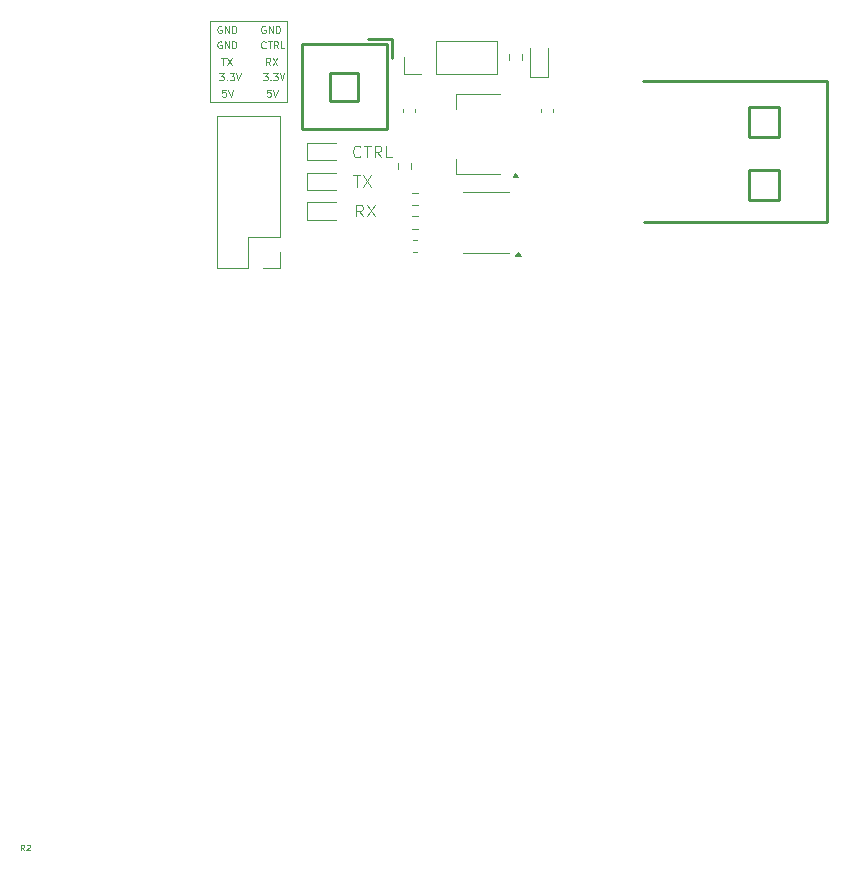
<source format=gbr>
%TF.GenerationSoftware,KiCad,Pcbnew,9.0.2*%
%TF.CreationDate,2025-05-29T11:38:48+08:00*%
%TF.ProjectId,uart_tool,75617274-5f74-46f6-9f6c-2e6b69636164,rev?*%
%TF.SameCoordinates,Original*%
%TF.FileFunction,Legend,Top*%
%TF.FilePolarity,Positive*%
%FSLAX46Y46*%
G04 Gerber Fmt 4.6, Leading zero omitted, Abs format (unit mm)*
G04 Created by KiCad (PCBNEW 9.0.2) date 2025-05-29 11:38:48*
%MOMM*%
%LPD*%
G01*
G04 APERTURE LIST*
%ADD10C,0.100000*%
%ADD11C,0.125000*%
%ADD12C,0.120000*%
%ADD13C,0.254000*%
G04 APERTURE END LIST*
D10*
X160608185Y-84869123D02*
X160551043Y-84840552D01*
X160551043Y-84840552D02*
X160465328Y-84840552D01*
X160465328Y-84840552D02*
X160379614Y-84869123D01*
X160379614Y-84869123D02*
X160322471Y-84926266D01*
X160322471Y-84926266D02*
X160293900Y-84983409D01*
X160293900Y-84983409D02*
X160265328Y-85097695D01*
X160265328Y-85097695D02*
X160265328Y-85183409D01*
X160265328Y-85183409D02*
X160293900Y-85297695D01*
X160293900Y-85297695D02*
X160322471Y-85354838D01*
X160322471Y-85354838D02*
X160379614Y-85411981D01*
X160379614Y-85411981D02*
X160465328Y-85440552D01*
X160465328Y-85440552D02*
X160522471Y-85440552D01*
X160522471Y-85440552D02*
X160608185Y-85411981D01*
X160608185Y-85411981D02*
X160636757Y-85383409D01*
X160636757Y-85383409D02*
X160636757Y-85183409D01*
X160636757Y-85183409D02*
X160522471Y-85183409D01*
X160893900Y-85440552D02*
X160893900Y-84840552D01*
X160893900Y-84840552D02*
X161236757Y-85440552D01*
X161236757Y-85440552D02*
X161236757Y-84840552D01*
X161522471Y-85440552D02*
X161522471Y-84840552D01*
X161522471Y-84840552D02*
X161665328Y-84840552D01*
X161665328Y-84840552D02*
X161751042Y-84869123D01*
X161751042Y-84869123D02*
X161808185Y-84926266D01*
X161808185Y-84926266D02*
X161836756Y-84983409D01*
X161836756Y-84983409D02*
X161865328Y-85097695D01*
X161865328Y-85097695D02*
X161865328Y-85183409D01*
X161865328Y-85183409D02*
X161836756Y-85297695D01*
X161836756Y-85297695D02*
X161808185Y-85354838D01*
X161808185Y-85354838D02*
X161751042Y-85411981D01*
X161751042Y-85411981D02*
X161665328Y-85440552D01*
X161665328Y-85440552D02*
X161522471Y-85440552D01*
X159635254Y-84419181D02*
X166185254Y-84419181D01*
X166185254Y-91319181D01*
X159635254Y-91319181D01*
X159635254Y-84419181D01*
X164136757Y-88840552D02*
X164508185Y-88840552D01*
X164508185Y-88840552D02*
X164308185Y-89069123D01*
X164308185Y-89069123D02*
X164393900Y-89069123D01*
X164393900Y-89069123D02*
X164451043Y-89097695D01*
X164451043Y-89097695D02*
X164479614Y-89126266D01*
X164479614Y-89126266D02*
X164508185Y-89183409D01*
X164508185Y-89183409D02*
X164508185Y-89326266D01*
X164508185Y-89326266D02*
X164479614Y-89383409D01*
X164479614Y-89383409D02*
X164451043Y-89411981D01*
X164451043Y-89411981D02*
X164393900Y-89440552D01*
X164393900Y-89440552D02*
X164222471Y-89440552D01*
X164222471Y-89440552D02*
X164165328Y-89411981D01*
X164165328Y-89411981D02*
X164136757Y-89383409D01*
X164765329Y-89383409D02*
X164793900Y-89411981D01*
X164793900Y-89411981D02*
X164765329Y-89440552D01*
X164765329Y-89440552D02*
X164736757Y-89411981D01*
X164736757Y-89411981D02*
X164765329Y-89383409D01*
X164765329Y-89383409D02*
X164765329Y-89440552D01*
X164993900Y-88840552D02*
X165365328Y-88840552D01*
X165365328Y-88840552D02*
X165165328Y-89069123D01*
X165165328Y-89069123D02*
X165251043Y-89069123D01*
X165251043Y-89069123D02*
X165308186Y-89097695D01*
X165308186Y-89097695D02*
X165336757Y-89126266D01*
X165336757Y-89126266D02*
X165365328Y-89183409D01*
X165365328Y-89183409D02*
X165365328Y-89326266D01*
X165365328Y-89326266D02*
X165336757Y-89383409D01*
X165336757Y-89383409D02*
X165308186Y-89411981D01*
X165308186Y-89411981D02*
X165251043Y-89440552D01*
X165251043Y-89440552D02*
X165079614Y-89440552D01*
X165079614Y-89440552D02*
X165022471Y-89411981D01*
X165022471Y-89411981D02*
X164993900Y-89383409D01*
X165536757Y-88840552D02*
X165736757Y-89440552D01*
X165736757Y-89440552D02*
X165936757Y-88840552D01*
X160436757Y-88840552D02*
X160808185Y-88840552D01*
X160808185Y-88840552D02*
X160608185Y-89069123D01*
X160608185Y-89069123D02*
X160693900Y-89069123D01*
X160693900Y-89069123D02*
X160751043Y-89097695D01*
X160751043Y-89097695D02*
X160779614Y-89126266D01*
X160779614Y-89126266D02*
X160808185Y-89183409D01*
X160808185Y-89183409D02*
X160808185Y-89326266D01*
X160808185Y-89326266D02*
X160779614Y-89383409D01*
X160779614Y-89383409D02*
X160751043Y-89411981D01*
X160751043Y-89411981D02*
X160693900Y-89440552D01*
X160693900Y-89440552D02*
X160522471Y-89440552D01*
X160522471Y-89440552D02*
X160465328Y-89411981D01*
X160465328Y-89411981D02*
X160436757Y-89383409D01*
X161065329Y-89383409D02*
X161093900Y-89411981D01*
X161093900Y-89411981D02*
X161065329Y-89440552D01*
X161065329Y-89440552D02*
X161036757Y-89411981D01*
X161036757Y-89411981D02*
X161065329Y-89383409D01*
X161065329Y-89383409D02*
X161065329Y-89440552D01*
X161293900Y-88840552D02*
X161665328Y-88840552D01*
X161665328Y-88840552D02*
X161465328Y-89069123D01*
X161465328Y-89069123D02*
X161551043Y-89069123D01*
X161551043Y-89069123D02*
X161608186Y-89097695D01*
X161608186Y-89097695D02*
X161636757Y-89126266D01*
X161636757Y-89126266D02*
X161665328Y-89183409D01*
X161665328Y-89183409D02*
X161665328Y-89326266D01*
X161665328Y-89326266D02*
X161636757Y-89383409D01*
X161636757Y-89383409D02*
X161608186Y-89411981D01*
X161608186Y-89411981D02*
X161551043Y-89440552D01*
X161551043Y-89440552D02*
X161379614Y-89440552D01*
X161379614Y-89440552D02*
X161322471Y-89411981D01*
X161322471Y-89411981D02*
X161293900Y-89383409D01*
X161836757Y-88840552D02*
X162036757Y-89440552D01*
X162036757Y-89440552D02*
X162236757Y-88840552D01*
X164736757Y-88140552D02*
X164536757Y-87854838D01*
X164393900Y-88140552D02*
X164393900Y-87540552D01*
X164393900Y-87540552D02*
X164622471Y-87540552D01*
X164622471Y-87540552D02*
X164679614Y-87569123D01*
X164679614Y-87569123D02*
X164708185Y-87597695D01*
X164708185Y-87597695D02*
X164736757Y-87654838D01*
X164736757Y-87654838D02*
X164736757Y-87740552D01*
X164736757Y-87740552D02*
X164708185Y-87797695D01*
X164708185Y-87797695D02*
X164679614Y-87826266D01*
X164679614Y-87826266D02*
X164622471Y-87854838D01*
X164622471Y-87854838D02*
X164393900Y-87854838D01*
X164936757Y-87540552D02*
X165336757Y-88140552D01*
X165336757Y-87540552D02*
X164936757Y-88140552D01*
X164779614Y-90240552D02*
X164493900Y-90240552D01*
X164493900Y-90240552D02*
X164465328Y-90526266D01*
X164465328Y-90526266D02*
X164493900Y-90497695D01*
X164493900Y-90497695D02*
X164551043Y-90469123D01*
X164551043Y-90469123D02*
X164693900Y-90469123D01*
X164693900Y-90469123D02*
X164751043Y-90497695D01*
X164751043Y-90497695D02*
X164779614Y-90526266D01*
X164779614Y-90526266D02*
X164808185Y-90583409D01*
X164808185Y-90583409D02*
X164808185Y-90726266D01*
X164808185Y-90726266D02*
X164779614Y-90783409D01*
X164779614Y-90783409D02*
X164751043Y-90811981D01*
X164751043Y-90811981D02*
X164693900Y-90840552D01*
X164693900Y-90840552D02*
X164551043Y-90840552D01*
X164551043Y-90840552D02*
X164493900Y-90811981D01*
X164493900Y-90811981D02*
X164465328Y-90783409D01*
X164979614Y-90240552D02*
X165179614Y-90840552D01*
X165179614Y-90840552D02*
X165379614Y-90240552D01*
X160608185Y-87540552D02*
X160951043Y-87540552D01*
X160779614Y-88140552D02*
X160779614Y-87540552D01*
X161093900Y-87540552D02*
X161493900Y-88140552D01*
X161493900Y-87540552D02*
X161093900Y-88140552D01*
X160979614Y-90240552D02*
X160693900Y-90240552D01*
X160693900Y-90240552D02*
X160665328Y-90526266D01*
X160665328Y-90526266D02*
X160693900Y-90497695D01*
X160693900Y-90497695D02*
X160751043Y-90469123D01*
X160751043Y-90469123D02*
X160893900Y-90469123D01*
X160893900Y-90469123D02*
X160951043Y-90497695D01*
X160951043Y-90497695D02*
X160979614Y-90526266D01*
X160979614Y-90526266D02*
X161008185Y-90583409D01*
X161008185Y-90583409D02*
X161008185Y-90726266D01*
X161008185Y-90726266D02*
X160979614Y-90783409D01*
X160979614Y-90783409D02*
X160951043Y-90811981D01*
X160951043Y-90811981D02*
X160893900Y-90840552D01*
X160893900Y-90840552D02*
X160751043Y-90840552D01*
X160751043Y-90840552D02*
X160693900Y-90811981D01*
X160693900Y-90811981D02*
X160665328Y-90783409D01*
X161179614Y-90240552D02*
X161379614Y-90840552D01*
X161379614Y-90840552D02*
X161579614Y-90240552D01*
X164336757Y-86683409D02*
X164308185Y-86711981D01*
X164308185Y-86711981D02*
X164222471Y-86740552D01*
X164222471Y-86740552D02*
X164165328Y-86740552D01*
X164165328Y-86740552D02*
X164079614Y-86711981D01*
X164079614Y-86711981D02*
X164022471Y-86654838D01*
X164022471Y-86654838D02*
X163993900Y-86597695D01*
X163993900Y-86597695D02*
X163965328Y-86483409D01*
X163965328Y-86483409D02*
X163965328Y-86397695D01*
X163965328Y-86397695D02*
X163993900Y-86283409D01*
X163993900Y-86283409D02*
X164022471Y-86226266D01*
X164022471Y-86226266D02*
X164079614Y-86169123D01*
X164079614Y-86169123D02*
X164165328Y-86140552D01*
X164165328Y-86140552D02*
X164222471Y-86140552D01*
X164222471Y-86140552D02*
X164308185Y-86169123D01*
X164308185Y-86169123D02*
X164336757Y-86197695D01*
X164508185Y-86140552D02*
X164851043Y-86140552D01*
X164679614Y-86740552D02*
X164679614Y-86140552D01*
X165393900Y-86740552D02*
X165193900Y-86454838D01*
X165051043Y-86740552D02*
X165051043Y-86140552D01*
X165051043Y-86140552D02*
X165279614Y-86140552D01*
X165279614Y-86140552D02*
X165336757Y-86169123D01*
X165336757Y-86169123D02*
X165365328Y-86197695D01*
X165365328Y-86197695D02*
X165393900Y-86254838D01*
X165393900Y-86254838D02*
X165393900Y-86340552D01*
X165393900Y-86340552D02*
X165365328Y-86397695D01*
X165365328Y-86397695D02*
X165336757Y-86426266D01*
X165336757Y-86426266D02*
X165279614Y-86454838D01*
X165279614Y-86454838D02*
X165051043Y-86454838D01*
X165936757Y-86740552D02*
X165651043Y-86740552D01*
X165651043Y-86740552D02*
X165651043Y-86140552D01*
X160608185Y-86169123D02*
X160551043Y-86140552D01*
X160551043Y-86140552D02*
X160465328Y-86140552D01*
X160465328Y-86140552D02*
X160379614Y-86169123D01*
X160379614Y-86169123D02*
X160322471Y-86226266D01*
X160322471Y-86226266D02*
X160293900Y-86283409D01*
X160293900Y-86283409D02*
X160265328Y-86397695D01*
X160265328Y-86397695D02*
X160265328Y-86483409D01*
X160265328Y-86483409D02*
X160293900Y-86597695D01*
X160293900Y-86597695D02*
X160322471Y-86654838D01*
X160322471Y-86654838D02*
X160379614Y-86711981D01*
X160379614Y-86711981D02*
X160465328Y-86740552D01*
X160465328Y-86740552D02*
X160522471Y-86740552D01*
X160522471Y-86740552D02*
X160608185Y-86711981D01*
X160608185Y-86711981D02*
X160636757Y-86683409D01*
X160636757Y-86683409D02*
X160636757Y-86483409D01*
X160636757Y-86483409D02*
X160522471Y-86483409D01*
X160893900Y-86740552D02*
X160893900Y-86140552D01*
X160893900Y-86140552D02*
X161236757Y-86740552D01*
X161236757Y-86740552D02*
X161236757Y-86140552D01*
X161522471Y-86740552D02*
X161522471Y-86140552D01*
X161522471Y-86140552D02*
X161665328Y-86140552D01*
X161665328Y-86140552D02*
X161751042Y-86169123D01*
X161751042Y-86169123D02*
X161808185Y-86226266D01*
X161808185Y-86226266D02*
X161836756Y-86283409D01*
X161836756Y-86283409D02*
X161865328Y-86397695D01*
X161865328Y-86397695D02*
X161865328Y-86483409D01*
X161865328Y-86483409D02*
X161836756Y-86597695D01*
X161836756Y-86597695D02*
X161808185Y-86654838D01*
X161808185Y-86654838D02*
X161751042Y-86711981D01*
X161751042Y-86711981D02*
X161665328Y-86740552D01*
X161665328Y-86740552D02*
X161522471Y-86740552D01*
X164308185Y-84869123D02*
X164251043Y-84840552D01*
X164251043Y-84840552D02*
X164165328Y-84840552D01*
X164165328Y-84840552D02*
X164079614Y-84869123D01*
X164079614Y-84869123D02*
X164022471Y-84926266D01*
X164022471Y-84926266D02*
X163993900Y-84983409D01*
X163993900Y-84983409D02*
X163965328Y-85097695D01*
X163965328Y-85097695D02*
X163965328Y-85183409D01*
X163965328Y-85183409D02*
X163993900Y-85297695D01*
X163993900Y-85297695D02*
X164022471Y-85354838D01*
X164022471Y-85354838D02*
X164079614Y-85411981D01*
X164079614Y-85411981D02*
X164165328Y-85440552D01*
X164165328Y-85440552D02*
X164222471Y-85440552D01*
X164222471Y-85440552D02*
X164308185Y-85411981D01*
X164308185Y-85411981D02*
X164336757Y-85383409D01*
X164336757Y-85383409D02*
X164336757Y-85183409D01*
X164336757Y-85183409D02*
X164222471Y-85183409D01*
X164593900Y-85440552D02*
X164593900Y-84840552D01*
X164593900Y-84840552D02*
X164936757Y-85440552D01*
X164936757Y-85440552D02*
X164936757Y-84840552D01*
X165222471Y-85440552D02*
X165222471Y-84840552D01*
X165222471Y-84840552D02*
X165365328Y-84840552D01*
X165365328Y-84840552D02*
X165451042Y-84869123D01*
X165451042Y-84869123D02*
X165508185Y-84926266D01*
X165508185Y-84926266D02*
X165536756Y-84983409D01*
X165536756Y-84983409D02*
X165565328Y-85097695D01*
X165565328Y-85097695D02*
X165565328Y-85183409D01*
X165565328Y-85183409D02*
X165536756Y-85297695D01*
X165536756Y-85297695D02*
X165508185Y-85354838D01*
X165508185Y-85354838D02*
X165451042Y-85411981D01*
X165451042Y-85411981D02*
X165365328Y-85440552D01*
X165365328Y-85440552D02*
X165222471Y-85440552D01*
X172375312Y-95877180D02*
X172327693Y-95924800D01*
X172327693Y-95924800D02*
X172184836Y-95972419D01*
X172184836Y-95972419D02*
X172089598Y-95972419D01*
X172089598Y-95972419D02*
X171946741Y-95924800D01*
X171946741Y-95924800D02*
X171851503Y-95829561D01*
X171851503Y-95829561D02*
X171803884Y-95734323D01*
X171803884Y-95734323D02*
X171756265Y-95543847D01*
X171756265Y-95543847D02*
X171756265Y-95400990D01*
X171756265Y-95400990D02*
X171803884Y-95210514D01*
X171803884Y-95210514D02*
X171851503Y-95115276D01*
X171851503Y-95115276D02*
X171946741Y-95020038D01*
X171946741Y-95020038D02*
X172089598Y-94972419D01*
X172089598Y-94972419D02*
X172184836Y-94972419D01*
X172184836Y-94972419D02*
X172327693Y-95020038D01*
X172327693Y-95020038D02*
X172375312Y-95067657D01*
X172661027Y-94972419D02*
X173232455Y-94972419D01*
X172946741Y-95972419D02*
X172946741Y-94972419D01*
X174137217Y-95972419D02*
X173803884Y-95496228D01*
X173565789Y-95972419D02*
X173565789Y-94972419D01*
X173565789Y-94972419D02*
X173946741Y-94972419D01*
X173946741Y-94972419D02*
X174041979Y-95020038D01*
X174041979Y-95020038D02*
X174089598Y-95067657D01*
X174089598Y-95067657D02*
X174137217Y-95162895D01*
X174137217Y-95162895D02*
X174137217Y-95305752D01*
X174137217Y-95305752D02*
X174089598Y-95400990D01*
X174089598Y-95400990D02*
X174041979Y-95448609D01*
X174041979Y-95448609D02*
X173946741Y-95496228D01*
X173946741Y-95496228D02*
X173565789Y-95496228D01*
X175041979Y-95972419D02*
X174565789Y-95972419D01*
X174565789Y-95972419D02*
X174565789Y-94972419D01*
X172575312Y-100972419D02*
X172241979Y-100496228D01*
X172003884Y-100972419D02*
X172003884Y-99972419D01*
X172003884Y-99972419D02*
X172384836Y-99972419D01*
X172384836Y-99972419D02*
X172480074Y-100020038D01*
X172480074Y-100020038D02*
X172527693Y-100067657D01*
X172527693Y-100067657D02*
X172575312Y-100162895D01*
X172575312Y-100162895D02*
X172575312Y-100305752D01*
X172575312Y-100305752D02*
X172527693Y-100400990D01*
X172527693Y-100400990D02*
X172480074Y-100448609D01*
X172480074Y-100448609D02*
X172384836Y-100496228D01*
X172384836Y-100496228D02*
X172003884Y-100496228D01*
X172908646Y-99972419D02*
X173575312Y-100972419D01*
X173575312Y-99972419D02*
X172908646Y-100972419D01*
X171761027Y-97472419D02*
X172332455Y-97472419D01*
X172046741Y-98472419D02*
X172046741Y-97472419D01*
X172570551Y-97472419D02*
X173237217Y-98472419D01*
X173237217Y-97472419D02*
X172570551Y-98472419D01*
D11*
X143916666Y-154654809D02*
X143750000Y-154416714D01*
X143630952Y-154654809D02*
X143630952Y-154154809D01*
X143630952Y-154154809D02*
X143821428Y-154154809D01*
X143821428Y-154154809D02*
X143869047Y-154178619D01*
X143869047Y-154178619D02*
X143892857Y-154202428D01*
X143892857Y-154202428D02*
X143916666Y-154250047D01*
X143916666Y-154250047D02*
X143916666Y-154321476D01*
X143916666Y-154321476D02*
X143892857Y-154369095D01*
X143892857Y-154369095D02*
X143869047Y-154392904D01*
X143869047Y-154392904D02*
X143821428Y-154416714D01*
X143821428Y-154416714D02*
X143630952Y-154416714D01*
X144107143Y-154202428D02*
X144130952Y-154178619D01*
X144130952Y-154178619D02*
X144178571Y-154154809D01*
X144178571Y-154154809D02*
X144297619Y-154154809D01*
X144297619Y-154154809D02*
X144345238Y-154178619D01*
X144345238Y-154178619D02*
X144369047Y-154202428D01*
X144369047Y-154202428D02*
X144392857Y-154250047D01*
X144392857Y-154250047D02*
X144392857Y-154297666D01*
X144392857Y-154297666D02*
X144369047Y-154369095D01*
X144369047Y-154369095D02*
X144083333Y-154654809D01*
X144083333Y-154654809D02*
X144392857Y-154654809D01*
D12*
%TO.C,R4*%
X176622500Y-96445276D02*
X176622500Y-96954724D01*
X175577500Y-96445276D02*
X175577500Y-96954724D01*
%TO.C,D4*%
X167840000Y-94765000D02*
X167840000Y-96235000D01*
X167840000Y-96235000D02*
X170300000Y-96235000D01*
X170300000Y-94765000D02*
X167840000Y-94765000D01*
%TO.C,D3*%
X167840000Y-99765000D02*
X167840000Y-101235000D01*
X167840000Y-101235000D02*
X170300000Y-101235000D01*
X170300000Y-99765000D02*
X167840000Y-99765000D01*
%TO.C,C3*%
X176853733Y-102990000D02*
X177146267Y-102990000D01*
X176853733Y-104010000D02*
X177146267Y-104010000D01*
%TO.C,R1*%
X184977500Y-87754724D02*
X184977500Y-87245276D01*
X186022500Y-87754724D02*
X186022500Y-87245276D01*
%TO.C,U1*%
X180452500Y-90590000D02*
X180452500Y-91850000D01*
X180452500Y-97410000D02*
X180452500Y-96150000D01*
X184212500Y-90590000D02*
X180452500Y-90590000D01*
X184212500Y-97410000D02*
X180452500Y-97410000D01*
X185732500Y-97640000D02*
X185252500Y-97640000D01*
X185492500Y-97310000D01*
X185732500Y-97640000D01*
G36*
X185732500Y-97640000D02*
G01*
X185252500Y-97640000D01*
X185492500Y-97310000D01*
X185732500Y-97640000D01*
G37*
%TO.C,J1*%
X176080000Y-88880000D02*
X176080000Y-87500000D01*
X177460000Y-88880000D02*
X176080000Y-88880000D01*
X178730000Y-86120000D02*
X183920000Y-86120000D01*
X178730000Y-88880000D02*
X178730000Y-86120000D01*
X178730000Y-88880000D02*
X183920000Y-88880000D01*
X183920000Y-88880000D02*
X183920000Y-86120000D01*
%TO.C,C2*%
X175990000Y-92146267D02*
X175990000Y-91853733D01*
X177010000Y-92146267D02*
X177010000Y-91853733D01*
%TO.C,R3*%
X177254724Y-100977500D02*
X176745276Y-100977500D01*
X177254724Y-102022500D02*
X176745276Y-102022500D01*
%TO.C,C1*%
X187690000Y-92146267D02*
X187690000Y-91853733D01*
X188710000Y-92146267D02*
X188710000Y-91853733D01*
%TO.C,R2*%
X177254724Y-98977500D02*
X176745276Y-98977500D01*
X177254724Y-100022500D02*
X176745276Y-100022500D01*
%TO.C,D2*%
X167840000Y-97265000D02*
X167840000Y-98735000D01*
X167840000Y-98735000D02*
X170300000Y-98735000D01*
X170300000Y-97265000D02*
X167840000Y-97265000D01*
D13*
%TO.C,USB1*%
X196356000Y-101469000D02*
X211850000Y-101469000D01*
X205249000Y-91675000D02*
X207789000Y-91675000D01*
X205249000Y-94215000D02*
X205249000Y-91675000D01*
X205249000Y-97009000D02*
X207789000Y-97009000D01*
X205249000Y-99549000D02*
X205249000Y-97009000D01*
X207789000Y-91675000D02*
X207789000Y-94215000D01*
X207789000Y-94215000D02*
X205249000Y-94215000D01*
X207789000Y-97009000D02*
X207789000Y-99549000D01*
X207789000Y-99549000D02*
X205249000Y-99549000D01*
X211850000Y-89531000D02*
X196266500Y-89531000D01*
X211850000Y-101469000D02*
X211850000Y-89531000D01*
%TO.C,SW1*%
X167400000Y-86400000D02*
X174600000Y-86400000D01*
X167400000Y-93600000D02*
X167400000Y-86400000D01*
X169800000Y-88800000D02*
X172200000Y-88800000D01*
X169800000Y-91200000D02*
X169800000Y-88800000D01*
X172200000Y-88800000D02*
X172200000Y-91200000D01*
X172200000Y-91200000D02*
X169800000Y-91200000D01*
X173032000Y-85936000D02*
X175064000Y-85936000D01*
X174600000Y-86400000D02*
X174600000Y-93600000D01*
X174600000Y-93600000D02*
X167400000Y-93600000D01*
X175064000Y-85936000D02*
X175064000Y-87587000D01*
D12*
%TO.C,U2*%
X183000000Y-98940000D02*
X181050000Y-98940000D01*
X183000000Y-98940000D02*
X184950000Y-98940000D01*
X183000000Y-104060000D02*
X181050000Y-104060000D01*
X183000000Y-104060000D02*
X184950000Y-104060000D01*
X185940000Y-104295000D02*
X185460000Y-104295000D01*
X185700000Y-103965000D01*
X185940000Y-104295000D01*
G36*
X185940000Y-104295000D02*
G01*
X185460000Y-104295000D01*
X185700000Y-103965000D01*
X185940000Y-104295000D01*
G37*
%TO.C,J3*%
X160240254Y-105379181D02*
X160240254Y-92459181D01*
X162890254Y-102729181D02*
X162890254Y-105379181D01*
X162890254Y-105379181D02*
X160240254Y-105379181D01*
X165540254Y-92459181D02*
X160240254Y-92459181D01*
X165540254Y-102729181D02*
X162890254Y-102729181D01*
X165540254Y-102729181D02*
X165540254Y-92459181D01*
X165540254Y-103999181D02*
X165540254Y-105379181D01*
X165540254Y-105379181D02*
X164160254Y-105379181D01*
%TO.C,D1*%
X186765000Y-86700000D02*
X186765000Y-89160000D01*
X186765000Y-89160000D02*
X188235000Y-89160000D01*
X188235000Y-89160000D02*
X188235000Y-86700000D01*
%TD*%
M02*

</source>
